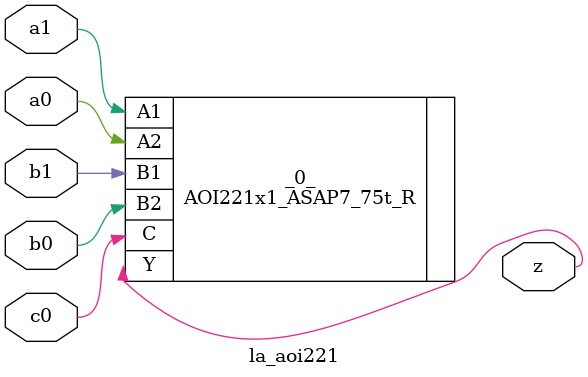
<source format=v>
/* Generated by Yosys 0.37 (git sha1 a5c7f69ed, clang 14.0.0-1ubuntu1.1 -fPIC -Os) */

module la_aoi221(a0, a1, b0, b1, c0, z);
  input a0;
  wire a0;
  input a1;
  wire a1;
  input b0;
  wire b0;
  input b1;
  wire b1;
  input c0;
  wire c0;
  output z;
  wire z;
  AOI221x1_ASAP7_75t_R _0_ (
    .A1(a1),
    .A2(a0),
    .B1(b1),
    .B2(b0),
    .C(c0),
    .Y(z)
  );
endmodule

</source>
